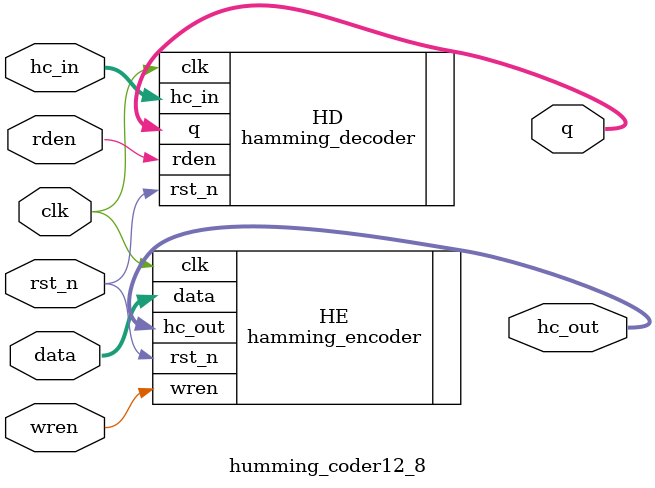
<source format=v>
`default_nettype none
`timescale 1ps / 1ps

module humming_coder12_8 (
    input  wire        clk, 
    input  wire        rst_n,
    input  wire        wren,
    input  wire        rden,
    input  wire [7:0]  data,
    input  wire [11:0] hc_in,
    output wire [7:0]  q,
    output wire [11:0] hc_out
);

    hamming_encoder HE(
        .clk    (clk),
        .rst_n  (rst_n),
        .wren   (wren),
        .data   (data),
        .hc_out (hc_out)
    );

    hamming_decoder HD(
        .clk   (clk),
        .rst_n (rst_n),
        .rden  (rden),        
        .q     (q),
        .hc_in (hc_in)
    );

endmodule

</source>
